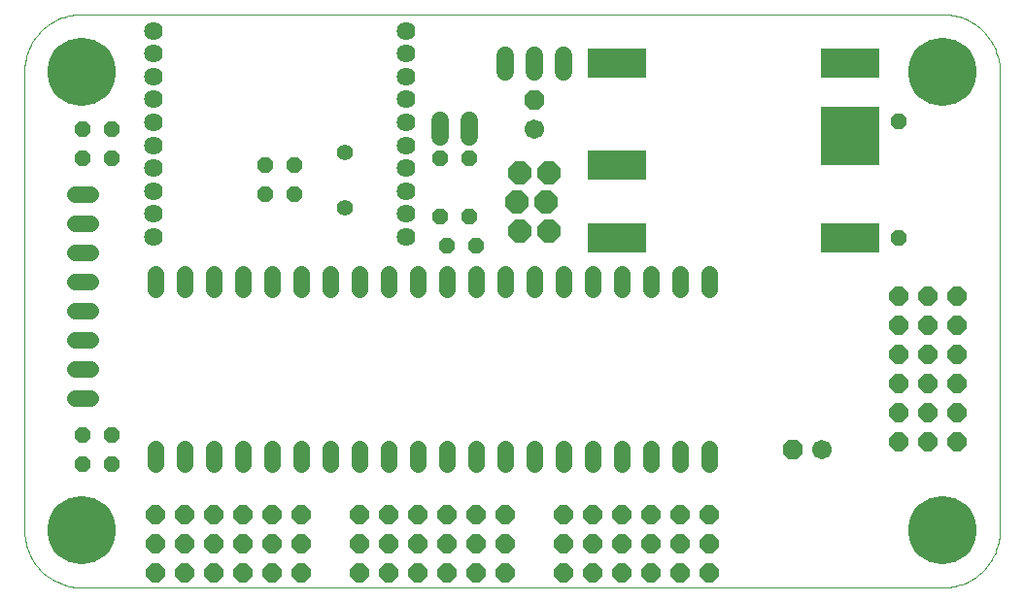
<source format=gts>
G75*
%MOIN*%
%OFA0B0*%
%FSLAX24Y24*%
%IPPOS*%
%LPD*%
%AMOC8*
5,1,8,0,0,1.08239X$1,22.5*
%
%ADD10C,0.0000*%
%ADD11R,0.2040X0.1040*%
%ADD12R,0.2040X0.2040*%
%ADD13C,0.0560*%
%ADD14OC8,0.0560*%
%ADD15C,0.0560*%
%ADD16OC8,0.0640*%
%ADD17OC8,0.0780*%
%ADD18C,0.0600*%
%ADD19OC8,0.0670*%
%ADD20C,0.0670*%
%ADD21C,0.2340*%
%ADD22C,0.0640*%
D10*
X002899Y001930D02*
X032426Y001930D01*
X032512Y001932D01*
X032598Y001937D01*
X032683Y001947D01*
X032768Y001960D01*
X032852Y001977D01*
X032936Y001997D01*
X033018Y002021D01*
X033099Y002049D01*
X033180Y002080D01*
X033258Y002114D01*
X033335Y002152D01*
X033411Y002194D01*
X033484Y002238D01*
X033555Y002286D01*
X033625Y002337D01*
X033692Y002391D01*
X033756Y002447D01*
X033818Y002507D01*
X033878Y002569D01*
X033934Y002633D01*
X033988Y002700D01*
X034039Y002770D01*
X034087Y002841D01*
X034131Y002914D01*
X034173Y002990D01*
X034211Y003067D01*
X034245Y003145D01*
X034276Y003226D01*
X034304Y003307D01*
X034328Y003389D01*
X034348Y003473D01*
X034365Y003557D01*
X034378Y003642D01*
X034388Y003727D01*
X034393Y003813D01*
X034395Y003899D01*
X034395Y019647D01*
X034393Y019733D01*
X034388Y019819D01*
X034378Y019904D01*
X034365Y019989D01*
X034348Y020073D01*
X034328Y020157D01*
X034304Y020239D01*
X034276Y020320D01*
X034245Y020401D01*
X034211Y020479D01*
X034173Y020556D01*
X034131Y020632D01*
X034087Y020705D01*
X034039Y020776D01*
X033988Y020846D01*
X033934Y020913D01*
X033878Y020977D01*
X033818Y021039D01*
X033756Y021099D01*
X033692Y021155D01*
X033625Y021209D01*
X033555Y021260D01*
X033484Y021308D01*
X033411Y021352D01*
X033335Y021394D01*
X033258Y021432D01*
X033180Y021466D01*
X033099Y021497D01*
X033018Y021525D01*
X032936Y021549D01*
X032852Y021569D01*
X032768Y021586D01*
X032683Y021599D01*
X032598Y021609D01*
X032512Y021614D01*
X032426Y021616D01*
X032426Y021615D02*
X002899Y021615D01*
X002899Y021616D02*
X002811Y021614D01*
X002723Y021608D01*
X002635Y021598D01*
X002547Y021584D01*
X002461Y021567D01*
X002375Y021545D01*
X002291Y021520D01*
X002207Y021490D01*
X002125Y021458D01*
X002045Y021421D01*
X001966Y021381D01*
X001889Y021337D01*
X001814Y021290D01*
X001742Y021240D01*
X001671Y021186D01*
X001604Y021130D01*
X001538Y021070D01*
X001476Y021008D01*
X001416Y020942D01*
X001360Y020875D01*
X001306Y020804D01*
X001256Y020732D01*
X001209Y020657D01*
X001165Y020580D01*
X001125Y020501D01*
X001088Y020421D01*
X001056Y020339D01*
X001026Y020255D01*
X001001Y020171D01*
X000979Y020085D01*
X000962Y019999D01*
X000948Y019911D01*
X000938Y019823D01*
X000932Y019735D01*
X000930Y019647D01*
X000930Y003899D01*
X000932Y003811D01*
X000938Y003723D01*
X000948Y003635D01*
X000962Y003547D01*
X000979Y003461D01*
X001001Y003375D01*
X001026Y003291D01*
X001056Y003207D01*
X001088Y003125D01*
X001125Y003045D01*
X001165Y002966D01*
X001209Y002889D01*
X001256Y002814D01*
X001306Y002742D01*
X001360Y002671D01*
X001416Y002604D01*
X001476Y002538D01*
X001538Y002476D01*
X001604Y002416D01*
X001671Y002360D01*
X001742Y002306D01*
X001814Y002256D01*
X001889Y002209D01*
X001966Y002165D01*
X002045Y002125D01*
X002125Y002088D01*
X002207Y002056D01*
X002291Y002026D01*
X002375Y002001D01*
X002461Y001979D01*
X002547Y001962D01*
X002635Y001948D01*
X002723Y001938D01*
X002811Y001932D01*
X002899Y001930D01*
D11*
X021249Y013930D03*
X021249Y016430D03*
X021249Y019930D03*
X029249Y019930D03*
X029249Y013930D03*
D12*
X029249Y017430D03*
D13*
X024430Y012690D02*
X024430Y012170D01*
X023430Y012170D02*
X023430Y012690D01*
X022430Y012690D02*
X022430Y012170D01*
X021430Y012170D02*
X021430Y012690D01*
X020430Y012690D02*
X020430Y012170D01*
X019430Y012170D02*
X019430Y012690D01*
X018430Y012690D02*
X018430Y012170D01*
X017430Y012170D02*
X017430Y012690D01*
X016430Y012690D02*
X016430Y012170D01*
X015430Y012170D02*
X015430Y012690D01*
X014430Y012690D02*
X014430Y012170D01*
X013430Y012170D02*
X013430Y012690D01*
X012430Y012690D02*
X012430Y012170D01*
X011430Y012170D02*
X011430Y012690D01*
X010430Y012690D02*
X010430Y012170D01*
X009430Y012170D02*
X009430Y012690D01*
X008430Y012690D02*
X008430Y012170D01*
X007430Y012170D02*
X007430Y012690D01*
X006430Y012690D02*
X006430Y012170D01*
X005430Y012170D02*
X005430Y012690D01*
X003190Y012430D02*
X002670Y012430D01*
X002670Y011430D02*
X003190Y011430D01*
X003190Y010430D02*
X002670Y010430D01*
X002670Y009430D02*
X003190Y009430D01*
X003190Y008430D02*
X002670Y008430D01*
X005430Y006690D02*
X005430Y006170D01*
X006430Y006170D02*
X006430Y006690D01*
X007430Y006690D02*
X007430Y006170D01*
X008430Y006170D02*
X008430Y006690D01*
X009430Y006690D02*
X009430Y006170D01*
X010430Y006170D02*
X010430Y006690D01*
X011430Y006690D02*
X011430Y006170D01*
X012430Y006170D02*
X012430Y006690D01*
X013430Y006690D02*
X013430Y006170D01*
X014430Y006170D02*
X014430Y006690D01*
X015430Y006690D02*
X015430Y006170D01*
X016430Y006170D02*
X016430Y006690D01*
X017430Y006690D02*
X017430Y006170D01*
X018430Y006170D02*
X018430Y006690D01*
X019430Y006690D02*
X019430Y006170D01*
X020430Y006170D02*
X020430Y006690D01*
X021430Y006690D02*
X021430Y006170D01*
X022430Y006170D02*
X022430Y006690D01*
X023430Y006690D02*
X023430Y006170D01*
X024430Y006170D02*
X024430Y006690D01*
X003190Y013430D02*
X002670Y013430D01*
X002670Y014430D02*
X003190Y014430D01*
X003190Y015430D02*
X002670Y015430D01*
D14*
X002930Y016680D03*
X003930Y016680D03*
X003930Y017680D03*
X002930Y017680D03*
X009180Y016430D03*
X010180Y016430D03*
X010180Y015430D03*
X009180Y015430D03*
X015180Y014680D03*
X016180Y014680D03*
X016430Y013680D03*
X015430Y013680D03*
X015180Y016680D03*
X016180Y016680D03*
X003930Y007180D03*
X002930Y007180D03*
X002930Y006180D03*
X003930Y006180D03*
X030930Y013930D03*
X030930Y017930D03*
D15*
X011930Y016880D03*
X011930Y014980D03*
D16*
X012430Y004430D03*
X013430Y004430D03*
X014430Y004430D03*
X015430Y004430D03*
X016430Y004430D03*
X017430Y004430D03*
X017430Y003430D03*
X016430Y003430D03*
X015430Y003430D03*
X014430Y003430D03*
X013430Y003430D03*
X012430Y003430D03*
X012430Y002430D03*
X013430Y002430D03*
X014430Y002430D03*
X015430Y002430D03*
X016430Y002430D03*
X017430Y002430D03*
X019430Y002430D03*
X020430Y002430D03*
X021430Y002430D03*
X022430Y002430D03*
X023430Y002430D03*
X024430Y002430D03*
X024430Y003430D03*
X023430Y003430D03*
X022430Y003430D03*
X021430Y003430D03*
X020430Y003430D03*
X019430Y003430D03*
X019430Y004430D03*
X020430Y004430D03*
X021430Y004430D03*
X022430Y004430D03*
X023430Y004430D03*
X024430Y004430D03*
X030930Y006930D03*
X031930Y006930D03*
X032930Y006930D03*
X032930Y007930D03*
X031930Y007930D03*
X030930Y007930D03*
X030930Y008930D03*
X031930Y008930D03*
X032930Y008930D03*
X032930Y009930D03*
X031930Y009930D03*
X030930Y009930D03*
X030930Y010930D03*
X031930Y010930D03*
X032930Y010930D03*
X032930Y011930D03*
X031930Y011930D03*
X030930Y011930D03*
X010430Y004430D03*
X009430Y004430D03*
X008430Y004430D03*
X007430Y004430D03*
X006430Y004430D03*
X005430Y004430D03*
X005430Y003430D03*
X006430Y003430D03*
X007430Y003430D03*
X008430Y003430D03*
X009430Y003430D03*
X010430Y003430D03*
X010430Y002430D03*
X009430Y002430D03*
X008430Y002430D03*
X007430Y002430D03*
X006430Y002430D03*
X005430Y002430D03*
D17*
X017930Y014180D03*
X018930Y014180D03*
X018830Y015180D03*
X017830Y015180D03*
X017930Y016180D03*
X018930Y016180D03*
D18*
X016180Y017400D02*
X016180Y017960D01*
X015180Y017960D02*
X015180Y017400D01*
X017430Y019650D02*
X017430Y020210D01*
X018430Y020210D02*
X018430Y019650D01*
X019430Y019650D02*
X019430Y020210D01*
D19*
X018430Y018680D03*
X027305Y006680D03*
D20*
X028305Y006680D03*
X018430Y017680D03*
D21*
X032426Y019647D03*
X032426Y003899D03*
X002899Y003899D03*
X002899Y019647D03*
D22*
X005349Y019479D03*
X005349Y018692D03*
X005349Y017904D03*
X005349Y017117D03*
X005349Y016330D03*
X005349Y015542D03*
X005349Y014755D03*
X005349Y013967D03*
X014011Y013967D03*
X014011Y014755D03*
X014011Y015542D03*
X014011Y016330D03*
X014011Y017117D03*
X014011Y017904D03*
X014011Y018692D03*
X014011Y019479D03*
X014011Y020267D03*
X014011Y021054D03*
X005349Y021054D03*
X005349Y020267D03*
M02*

</source>
